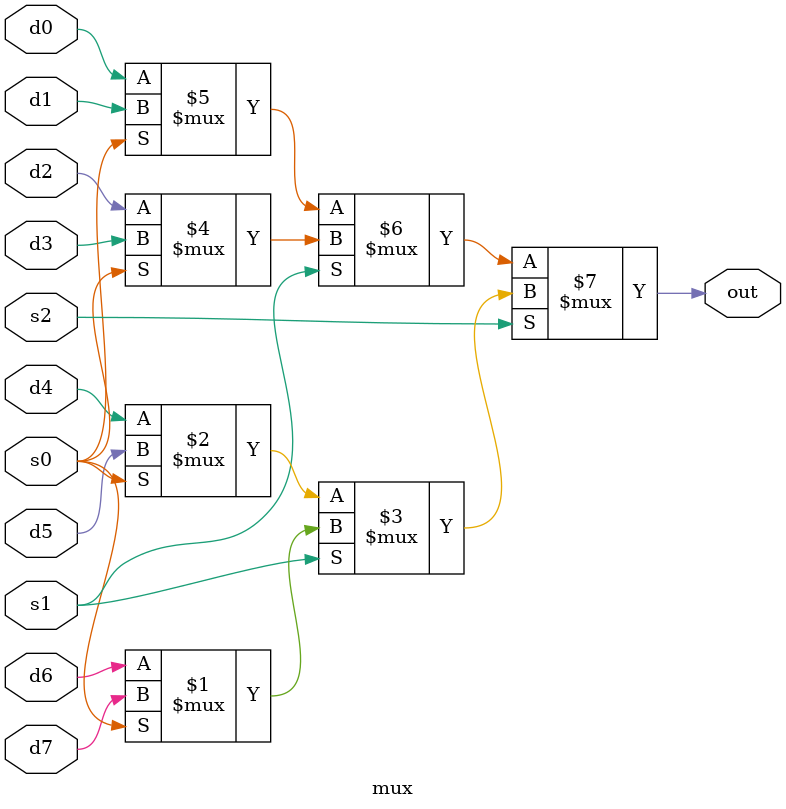
<source format=v>
/*
// 8 X 1 MUX
module mux(
    s0,
    s1,
    s2,
    d0,
    d1,
    d2,
    d3,
    d4,
    d5,
    d6,
    d7,
    out
);

// input, output part
input s0;
input s1;
input s2;

input d0;
input d1;
input d2;
input d3;
input d4;
input d5;
input d6;
input d7;

output out;

// asignment part
assign out = ((~s2 & ~s1 & ~s0) & d0) | ((~s2 & ~s1 & s0) & d1) | ((~s2 & s1 & ~s0) & d2) | ((~s2 & s1 & s0) & d3) | ((s2 & ~s1 & ~s0) & d4) | ((s2 & ~s1 & s0) & d5) | ((s2 & s1 & ~s0) & d6) | ((s2 & s1 & s0) & d7);

endmodule
*/

// 8 X 1 MUX
module mux(
    s0,
    s1,
    s2,
    d0,
    d1,
    d2,
    d3,
    d4,
    d5,
    d6,
    d7,
    out
);

// input, output part
input s0;
input s1;
input s2;

input d0;
input d1;
input d2;
input d3;
input d4;
input d5;
input d6;
input d7;

output out;

// asignment part
assign out = s2 ? (s1 ? (s0 ? d7 : d6) : (s0 ? d5 : d4)) : (s1 ? (s0 ? d3 : d2) : (s0 ? d1 : d0));

endmodule
</source>
